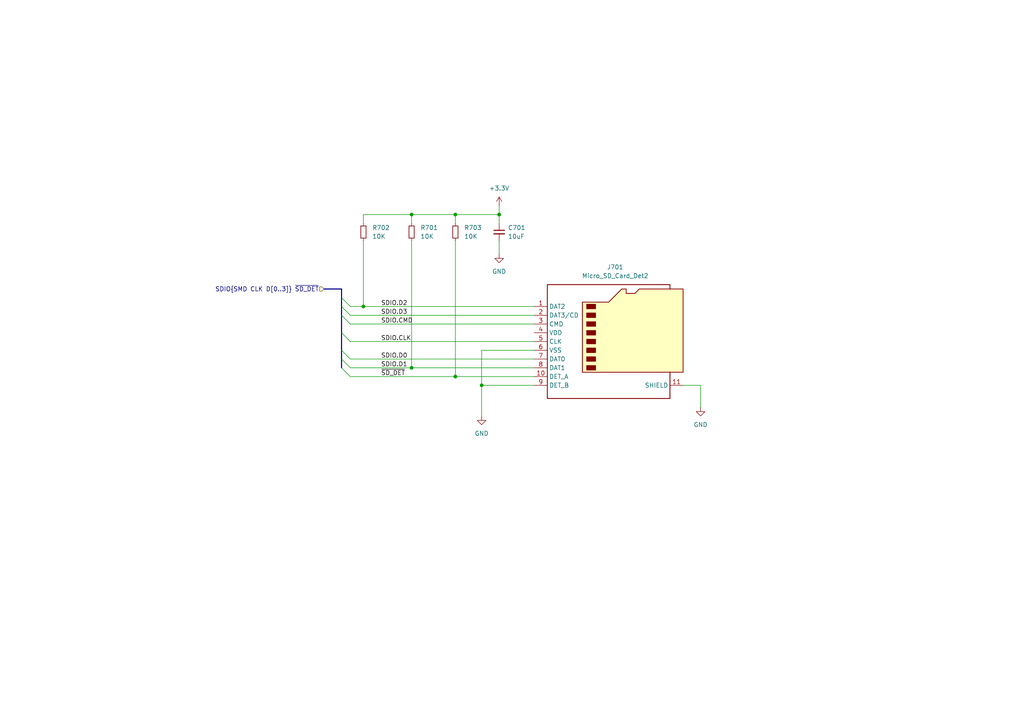
<source format=kicad_sch>
(kicad_sch (version 20231120) (generator "eeschema") (generator_version "8.0")
  (paper "A4")
  (lib_symbols
    (symbol "Connector:Micro_SD_Card_Det2"
      (property "Reference" "J" (at -16.51 17.78 0))
      (property "Value" "Micro_SD_Card_Det2" (at 16.51 17.78 0))
      (symbol "Micro_SD_Card_Det2_0_1"
        (rectangle (start -7.62 -6.985) (end -5.08 -8.255) (stroke (width 0.254)) (fill (type outline)))
        (rectangle (start -7.62 -4.445) (end -5.08 -5.715) (stroke (width 0.254)) (fill (type outline)))
        (rectangle (start -7.62 -1.905) (end -5.08 -3.175) (stroke (width 0.254)) (fill (type outline)))
        (rectangle (start -7.62 0.635) (end -5.08 -0.635) (stroke (width 0.254)) (fill (type outline)))
        (rectangle (start -7.62 3.175) (end -5.08 1.905) (stroke (width 0.254)) (fill (type outline)))
        (rectangle (start -7.62 5.715) (end -5.08 4.445) (stroke (width 0.254)) (fill (type outline)))
        (rectangle (start -7.62 8.255) (end -5.08 6.985) (stroke (width 0.254)) (fill (type outline)))
        (rectangle (start -7.62 10.795) (end -5.08 9.525) (stroke (width 0.254)) (fill (type outline)))
        (polyline (pts (xy 16.51 15.24) (xy 16.51 16.51) (xy -19.05 16.51) (xy -19.05 -16.51) (xy 16.51 -16.51) (xy 16.51 -8.89)) (stroke (width 0.254)))
        (polyline (pts (xy -8.89 -8.89) (xy -8.89 11.43) (xy -1.27 11.43) (xy 2.54 15.24) (xy 3.81 15.24) (xy 3.81 13.97) (xy 6.35 13.97) (xy 7.62 15.24) (xy 20.32 15.24) (xy 20.32 -8.89) (xy -8.89 -8.89)) (stroke (width 0.254)) (fill (type background)))
      )
      (symbol "Micro_SD_Card_Det2_1_1"
        (pin bidirectional line (at -22.86 10.16 0) (length 3.81) (name "DAT2") (number "1"))
        (pin passive line (at -22.86 -10.16 0) (length 3.81) (name "DET_A") (number "10"))
        (pin passive line (at 20.32 -12.7 180) (length 3.81) (name "SHIELD") (number "11"))
        (pin bidirectional line (at -22.86 7.62 0) (length 3.81) (name "DAT3/CD") (number "2"))
        (pin input line (at -22.86 5.08 0) (length 3.81) (name "CMD") (number "3"))
        (pin power_in line (at -22.86 2.54 0) (length 3.81) (name "VDD") (number "4"))
        (pin input line (at -22.86 0 0) (length 3.81) (name "CLK") (number "5"))
        (pin power_in line (at -22.86 -2.54 0) (length 3.81) (name "VSS") (number "6"))
        (pin bidirectional line (at -22.86 -5.08 0) (length 3.81) (name "DAT0") (number "7"))
        (pin bidirectional line (at -22.86 -7.62 0) (length 3.81) (name "DAT1") (number "8"))
        (pin passive line (at -22.86 -12.7 0) (length 3.81) (name "DET_B") (number "9"))
      )
    )
    (symbol "Device:C_Small" (pin_numbers hide) (pin_names (offset 0.254) hide)
      (property "Reference" "C" (at 0.254 1.778 0))
      (property "Value" "C_Small" (at 0.254 -2.032 0))
      (symbol "C_Small_0_1"
        (polyline (pts (xy -1.524 -0.508) (xy 1.524 -0.508)) (stroke (width 0.3302)))
        (polyline (pts (xy -1.524 0.508) (xy 1.524 0.508)) (stroke (width 0.3048)))
      )
      (symbol "C_Small_1_1"
        (pin passive line (at 0 2.54 270) (length 2.032) (name "~") (number "1"))
        (pin passive line (at 0 -2.54 90) (length 2.032) (name "~") (number "2"))
      )
    )
    (symbol "Device:R_Small" (pin_numbers hide) (pin_names (offset 0.254) hide)
      (property "Reference" "R" (at 0.762 0.508 0))
      (property "Value" "R_Small" (at 0.762 -1.016 0))
      (symbol "R_Small_0_1"
        (rectangle (start -0.762 1.778) (end 0.762 -1.778) (stroke (width 0.2032)))
      )
      (symbol "R_Small_1_1"
        (pin passive line (at 0 2.54 270) (length 0.762) (name "~") (number "1"))
        (pin passive line (at 0 -2.54 90) (length 0.762) (name "~") (number "2"))
      )
    )
    (symbol "power:+3.3V" (power) (pin_numbers hide) (pin_names (offset 0) hide)
      (property "Value" "+3.3V" (at 0 3.556 0))
      (symbol "+3.3V_0_1"
        (polyline (pts (xy -0.762 1.27) (xy 0 2.54)))
        (polyline (pts (xy 0 0) (xy 0 2.54)))
        (polyline (pts (xy 0 2.54) (xy 0.762 1.27)))
      )
      (symbol "+3.3V_1_1"
        (pin power_in line (at 0 0 90) (length 0) (name "~") (number "1"))
      )
    )
    (symbol "power:GND" (power) (pin_numbers hide) (pin_names (offset 0) hide)
      (property "Value" "GND" (at 0 -3.81 0))
      (symbol "GND_0_1"
        (polyline (pts (xy 0 0) (xy 0 -1.27) (xy 1.27 -1.27) (xy 0 -2.54) (xy -1.27 -1.27) (xy 0 -1.27)))
      )
      (symbol "GND_1_1"
        (pin power_in line (at 0 0 270) (length 0) (name "~") (number "1"))
      )
    )
  )
  (junction (at 119.38 106.68))
  (junction (at 132.08 62.23))
  (junction (at 119.38 62.23))
  (junction (at 139.7 111.76))
  (junction (at 105.41 88.9))
  (junction (at 132.08 109.22))
  (junction (at 144.78 62.23))
  (bus_entry (at 99.06 91.44) (size 2.54 2.54))
  (bus_entry (at 99.06 96.52) (size 2.54 2.54))
  (bus_entry (at 99.06 86.36) (size 2.54 2.54))
  (bus_entry (at 99.06 88.9) (size 2.54 2.54))
  (bus_entry (at 99.06 104.14) (size 2.54 2.54))
  (bus_entry (at 99.06 106.68) (size 2.54 2.54))
  (bus_entry (at 99.06 101.6) (size 2.54 2.54))
  (wire (pts (xy 144.78 69.85) (xy 144.78 73.66)))
  (bus (pts (xy 99.06 91.44) (xy 99.06 88.9)))
  (wire (pts (xy 154.94 101.6) (xy 139.7 101.6)))
  (wire (pts (xy 101.6 106.68) (xy 119.38 106.68)))
  (wire (pts (xy 101.6 93.98) (xy 154.94 93.98)))
  (bus (pts (xy 99.06 106.68) (xy 99.06 104.14)))
  (wire (pts (xy 154.94 109.22) (xy 132.08 109.22)))
  (wire (pts (xy 139.7 101.6) (xy 139.7 111.76)))
  (wire (pts (xy 144.78 59.69) (xy 144.78 62.23)))
  (wire (pts (xy 132.08 62.23) (xy 144.78 62.23)))
  (wire (pts (xy 132.08 109.22) (xy 132.08 69.85)))
  (bus (pts (xy 99.06 104.14) (xy 99.06 101.6)))
  (bus (pts (xy 99.06 88.9) (xy 99.06 86.36)))
  (wire (pts (xy 132.08 62.23) (xy 132.08 64.77)))
  (bus (pts (xy 99.06 96.52) (xy 99.06 91.44)))
  (wire (pts (xy 101.6 109.22) (xy 132.08 109.22)))
  (wire (pts (xy 101.6 99.06) (xy 154.94 99.06)))
  (wire (pts (xy 101.6 91.44) (xy 154.94 91.44)))
  (wire (pts (xy 119.38 62.23) (xy 119.38 64.77)))
  (wire (pts (xy 105.41 62.23) (xy 119.38 62.23)))
  (bus (pts (xy 93.98 83.82) (xy 99.06 83.82)))
  (wire (pts (xy 119.38 62.23) (xy 132.08 62.23)))
  (wire (pts (xy 101.6 104.14) (xy 154.94 104.14)))
  (wire (pts (xy 105.41 69.85) (xy 105.41 88.9)))
  (bus (pts (xy 99.06 101.6) (xy 99.06 96.52)))
  (wire (pts (xy 101.6 88.9) (xy 105.41 88.9)))
  (wire (pts (xy 139.7 111.76) (xy 139.7 120.65)))
  (wire (pts (xy 105.41 64.77) (xy 105.41 62.23)))
  (wire (pts (xy 144.78 62.23) (xy 144.78 64.77)))
  (wire (pts (xy 119.38 106.68) (xy 154.94 106.68)))
  (wire (pts (xy 105.41 88.9) (xy 154.94 88.9)))
  (wire (pts (xy 119.38 69.85) (xy 119.38 106.68)))
  (wire (pts (xy 198.12 111.76) (xy 203.2 111.76)))
  (wire (pts (xy 139.7 111.76) (xy 154.94 111.76)))
  (wire (pts (xy 203.2 111.76) (xy 203.2 118.11)))
  (bus (pts (xy 99.06 86.36) (xy 99.06 83.82)))
  (label "SDIO.CMD" (at 110.49 93.98 0))
  (label "SDIO.D0" (at 110.49 104.14 0))
  (label "SDIO.D1" (at 110.49 106.68 0))
  (label "SDIO.D2" (at 110.49 88.9 0))
  (label "~{SD_DET}" (at 110.49 109.22 0))
  (label "SDIO.CLK" (at 110.49 99.06 0))
  (label "SDIO.D3" (at 110.49 91.44 0))
  (hierarchical_label "SDIO{SMD CLK D[0..3]} ~{SD_DET}" (shape input) (at 93.98 83.82 180))
  (symbol (lib_id "power:GND") (at 203.2 118.11 0) (unit 1)
    (property "Reference" "#PWR0704" (effects (hide yes)))
    (property "Value" "GND" (at 203.2 123.19 0))
    (property "Description" "Power symbol creates a global label with name \"GND\" , ground" (effects (hide yes)))
  )
  (symbol (lib_id "Device:R_Small") (at 105.41 67.31 0) (unit 1)
    (property "Reference" "R702" (at 107.95 66.0399 0) (effects (justify left)))
    (property "Value" "10K" (at 107.95 68.5799 0) (effects (justify left)))
    (property "Footprint" "Resistor_SMD:R_0603_1608Metric" (effects (hide yes)))
    (property "Description" "Resistor, small symbol" (effects (hide yes)))
  )
  (symbol (lib_id "Device:R_Small") (at 132.08 67.31 0) (unit 1)
    (property "Reference" "R703" (at 134.62 66.0399 0) (effects (justify left)))
    (property "Value" "10K" (at 134.62 68.5799 0) (effects (justify left)))
    (property "Footprint" "Resistor_SMD:R_0603_1608Metric" (effects (hide yes)))
    (property "Description" "Resistor, small symbol" (effects (hide yes)))
  )
  (symbol (lib_id "power:+3.3V") (at 144.78 59.69 0) (unit 1)
    (property "Reference" "#PWR0701" (effects (hide yes)))
    (property "Value" "+3.3V" (at 144.78 54.61 0))
    (property "Description" "Power symbol creates a global label with name \"+3.3V\"" (effects (hide yes)))
  )
  (symbol (lib_id "Device:R_Small") (at 119.38 67.31 0) (unit 1)
    (property "Reference" "R701" (at 121.92 66.0399 0) (effects (justify left)))
    (property "Value" "10K" (at 121.92 68.5799 0) (effects (justify left)))
    (property "Footprint" "Resistor_SMD:R_0603_1608Metric" (effects (hide yes)))
    (property "Description" "Resistor, small symbol" (effects (hide yes)))
  )
  (symbol (lib_id "power:GND") (at 139.7 120.65 0) (unit 1)
    (property "Reference" "#PWR0702" (effects (hide yes)))
    (property "Value" "GND" (at 139.7 125.73 0))
    (property "Description" "Power symbol creates a global label with name \"GND\" , ground" (effects (hide yes)))
  )
  (symbol (lib_id "Device:C_Small") (at 144.78 67.31 0) (unit 1)
    (property "Reference" "C701" (at 147.32 66.0462 0) (effects (justify left)))
    (property "Value" "10uF" (at 147.32 68.5862 0) (effects (justify left)))
    (property "Footprint" "Resistor_SMD:R_0603_1608Metric" (effects (hide yes)))
    (property "Description" "Unpolarized capacitor, small symbol" (effects (hide yes)))
  )
  (symbol (lib_id "power:GND") (at 144.78 73.66 0) (unit 1)
    (property "Reference" "#PWR0703" (effects (hide yes)))
    (property "Value" "GND" (at 144.78 78.74 0))
    (property "Description" "Power symbol creates a global label with name \"GND\" , ground" (effects (hide yes)))
  )
  (symbol (lib_id "Connector:Micro_SD_Card_Det2") (at 177.8 99.06 0) (unit 1)
    (property "Reference" "J701" (at 178.435 77.47 0))
    (property "Value" "Micro_SD_Card_Det2" (at 178.435 80.01 0))
    (property "Footprint" "Connector_Card:microSD_HC_Hirose_DM3AT-SF-PEJM5" (effects (hide yes)))
    (property "Datasheet" "https://www.hirose.com/en/product/document?clcode=&productname=&series=DM3&documenttype=Catalog&lang=en&documentid=D49662_en" (effects (hide yes)))
    (property "Description" "Micro SD Card Socket with two card detection pins" (effects (hide yes)))
  )
)
</source>
